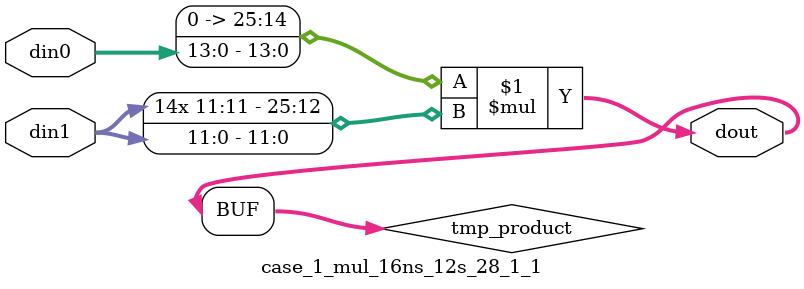
<source format=v>

`timescale 1 ns / 1 ps

 (* use_dsp = "no" *)  module case_1_mul_16ns_12s_28_1_1(din0, din1, dout);
parameter ID = 1;
parameter NUM_STAGE = 0;
parameter din0_WIDTH = 14;
parameter din1_WIDTH = 12;
parameter dout_WIDTH = 26;

input [din0_WIDTH - 1 : 0] din0; 
input [din1_WIDTH - 1 : 0] din1; 
output [dout_WIDTH - 1 : 0] dout;

wire signed [dout_WIDTH - 1 : 0] tmp_product;

























assign tmp_product = $signed({1'b0, din0}) * $signed(din1);










assign dout = tmp_product;





















endmodule

</source>
